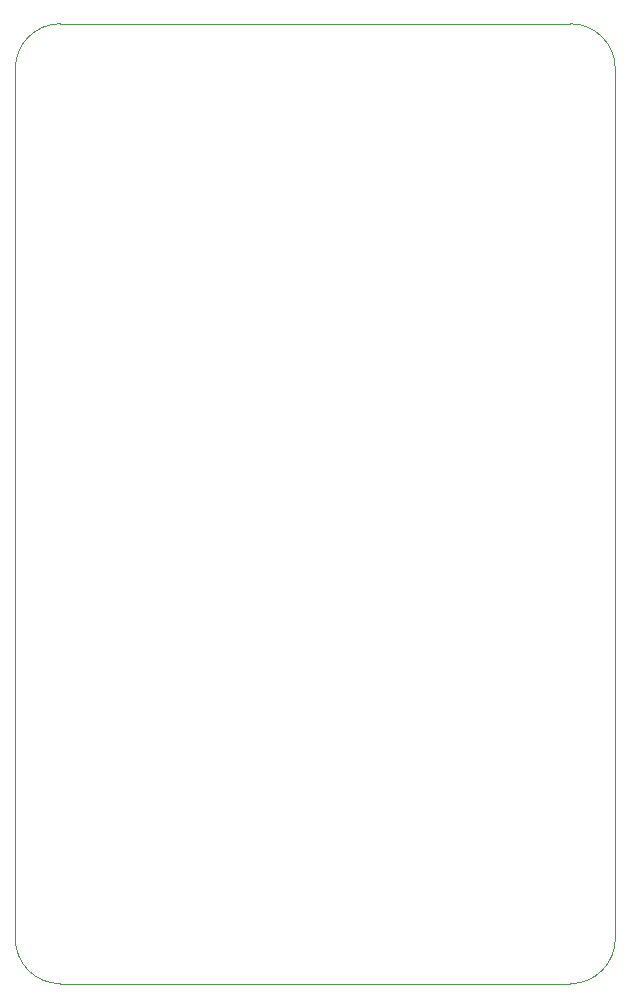
<source format=gm1>
G04 #@! TF.GenerationSoftware,KiCad,Pcbnew,(5.1.5)-3*
G04 #@! TF.CreationDate,2021-06-29T21:35:50-07:00*
G04 #@! TF.ProjectId,piggy,70696767-792e-46b6-9963-61645f706362,rev?*
G04 #@! TF.SameCoordinates,Original*
G04 #@! TF.FileFunction,Profile,NP*
%FSLAX46Y46*%
G04 Gerber Fmt 4.6, Leading zero omitted, Abs format (unit mm)*
G04 Created by KiCad (PCBNEW (5.1.5)-3) date 2021-06-29 21:35:50*
%MOMM*%
%LPD*%
G04 APERTURE LIST*
%ADD10C,0.050000*%
G04 APERTURE END LIST*
D10*
X66040000Y-67310000D02*
G75*
G02X69850000Y-63500000I3810000J0D01*
G01*
X113030000Y-63500000D02*
G75*
G02X116840000Y-67310000I0J-3810000D01*
G01*
X116840000Y-140970000D02*
G75*
G02X113030000Y-144780000I-3810000J0D01*
G01*
X69850000Y-144780000D02*
G75*
G02X66040000Y-140970000I0J3810000D01*
G01*
X113030000Y-63500000D02*
X69850000Y-63500000D01*
X116840000Y-140970000D02*
X116840000Y-67310000D01*
X69850000Y-144780000D02*
X113030000Y-144780000D01*
X66040000Y-67310000D02*
X66040000Y-140970000D01*
M02*

</source>
